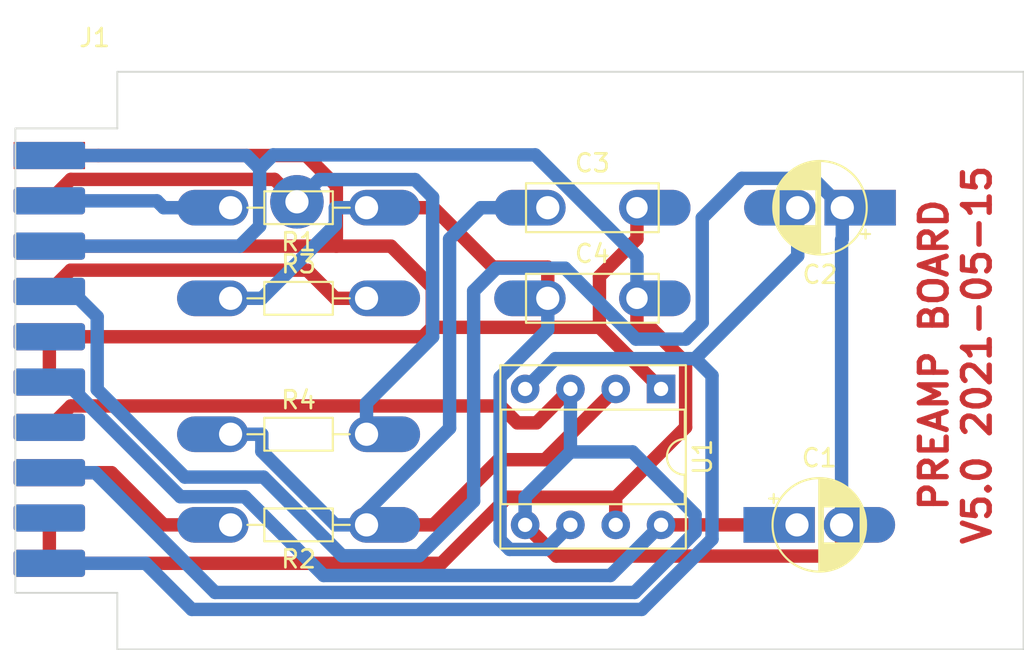
<source format=kicad_pcb>
(kicad_pcb (version 20171130) (host pcbnew 5.1.5+dfsg1-2build2)

  (general
    (thickness 1.6)
    (drawings 9)
    (tracks 139)
    (zones 0)
    (modules 10)
    (nets 15)
  )

  (page A4)
  (layers
    (0 F.Cu signal)
    (31 B.Cu signal)
    (32 B.Adhes user)
    (33 F.Adhes user)
    (34 B.Paste user)
    (35 F.Paste user)
    (36 B.SilkS user)
    (37 F.SilkS user)
    (38 B.Mask user)
    (39 F.Mask user)
    (40 Dwgs.User user)
    (41 Cmts.User user)
    (42 Eco1.User user)
    (43 Eco2.User user)
    (44 Edge.Cuts user)
    (45 Margin user)
    (46 B.CrtYd user)
    (47 F.CrtYd user)
    (48 B.Fab user)
    (49 F.Fab user)
  )

  (setup
    (last_trace_width 0.75)
    (trace_clearance 0.2)
    (zone_clearance 0.508)
    (zone_45_only no)
    (trace_min 0.2)
    (via_size 3)
    (via_drill 1.3)
    (via_min_size 0.4)
    (via_min_drill 0.3)
    (uvia_size 0.3)
    (uvia_drill 0.1)
    (uvias_allowed no)
    (uvia_min_size 0.2)
    (uvia_min_drill 0.1)
    (edge_width 0.1)
    (segment_width 0.2)
    (pcb_text_width 0.3)
    (pcb_text_size 1.5 1.5)
    (mod_edge_width 0.15)
    (mod_text_size 1 1)
    (mod_text_width 0.15)
    (pad_size 1.524 1.524)
    (pad_drill 0.762)
    (pad_to_mask_clearance 0)
    (aux_axis_origin 0 0)
    (visible_elements FFFFFF7F)
    (pcbplotparams
      (layerselection 0x010fc_ffffffff)
      (usegerberextensions false)
      (usegerberattributes false)
      (usegerberadvancedattributes false)
      (creategerberjobfile false)
      (excludeedgelayer true)
      (linewidth 0.100000)
      (plotframeref false)
      (viasonmask false)
      (mode 1)
      (useauxorigin false)
      (hpglpennumber 1)
      (hpglpenspeed 20)
      (hpglpendiameter 15.000000)
      (psnegative false)
      (psa4output false)
      (plotreference true)
      (plotvalue true)
      (plotinvisibletext false)
      (padsonsilk false)
      (subtractmaskfromsilk false)
      (outputformat 1)
      (mirror false)
      (drillshape 1)
      (scaleselection 1)
      (outputdirectory ""))
  )

  (net 0 "")
  (net 1 /+15V)
  (net 2 GND)
  (net 3 /-15V)
  (net 4 "Net-(C3-Pad1)")
  (net 5 /L_GAIN_WIPER)
  (net 6 /R_GAIN_WIPER)
  (net 7 "Net-(C4-Pad1)")
  (net 8 /L_IN)
  (net 9 /R_IN)
  (net 10 /L_GAIN_TERM_A)
  (net 11 /R_GAIN_TERM_A)
  (net 12 "Net-(J1-Pad15)")
  (net 13 "Net-(J1-Pad17)")
  (net 14 "Net-(J1-Pad19)")

  (net_class Default "This is the default net class."
    (clearance 0.2)
    (trace_width 0.75)
    (via_dia 3)
    (via_drill 1.3)
    (uvia_dia 0.3)
    (uvia_drill 0.1)
    (add_net /+15V)
    (add_net /-15V)
    (add_net /L_GAIN_TERM_A)
    (add_net /L_GAIN_WIPER)
    (add_net /L_IN)
    (add_net /R_GAIN_TERM_A)
    (add_net /R_GAIN_WIPER)
    (add_net /R_IN)
    (add_net GND)
    (add_net "Net-(C3-Pad1)")
    (add_net "Net-(C4-Pad1)")
    (add_net "Net-(J1-Pad15)")
    (add_net "Net-(J1-Pad17)")
    (add_net "Net-(J1-Pad19)")
  )

  (module capacitors:CP_Radial_D5.0mm_P2.50mm (layer F.Cu) (tedit 60A03F8F) (tstamp 60A06344)
    (at 679.45 -640.715)
    (descr "CP, Radial series, Radial, pin pitch=2.50mm, , diameter=5mm, Electrolytic Capacitor")
    (tags "CP Radial series Radial pin pitch 2.50mm  diameter 5mm Electrolytic Capacitor")
    (path /60A46E7A)
    (fp_text reference C1 (at 1.25 -3.75) (layer F.SilkS)
      (effects (font (size 1 1) (thickness 0.15)))
    )
    (fp_text value 100nF (at 1.25 3.75) (layer F.Fab)
      (effects (font (size 1 1) (thickness 0.15)))
    )
    (fp_circle (center 1.25 0) (end 3.75 0) (layer F.Fab) (width 0.1))
    (fp_circle (center 1.25 0) (end 3.87 0) (layer F.SilkS) (width 0.12))
    (fp_circle (center 1.25 0) (end 4 0) (layer F.CrtYd) (width 0.05))
    (fp_line (start -0.883605 -1.0875) (end -0.383605 -1.0875) (layer F.Fab) (width 0.1))
    (fp_line (start -0.633605 -1.3375) (end -0.633605 -0.8375) (layer F.Fab) (width 0.1))
    (fp_line (start 1.25 -2.58) (end 1.25 2.58) (layer F.SilkS) (width 0.12))
    (fp_line (start 1.29 -2.58) (end 1.29 2.58) (layer F.SilkS) (width 0.12))
    (fp_line (start 1.33 -2.579) (end 1.33 2.579) (layer F.SilkS) (width 0.12))
    (fp_line (start 1.37 -2.578) (end 1.37 2.578) (layer F.SilkS) (width 0.12))
    (fp_line (start 1.41 -2.576) (end 1.41 2.576) (layer F.SilkS) (width 0.12))
    (fp_line (start 1.45 -2.573) (end 1.45 2.573) (layer F.SilkS) (width 0.12))
    (fp_line (start 1.49 -2.569) (end 1.49 -1.04) (layer F.SilkS) (width 0.12))
    (fp_line (start 1.49 1.04) (end 1.49 2.569) (layer F.SilkS) (width 0.12))
    (fp_line (start 1.53 -2.565) (end 1.53 -1.04) (layer F.SilkS) (width 0.12))
    (fp_line (start 1.53 1.04) (end 1.53 2.565) (layer F.SilkS) (width 0.12))
    (fp_line (start 1.57 -2.561) (end 1.57 -1.04) (layer F.SilkS) (width 0.12))
    (fp_line (start 1.57 1.04) (end 1.57 2.561) (layer F.SilkS) (width 0.12))
    (fp_line (start 1.61 -2.556) (end 1.61 -1.04) (layer F.SilkS) (width 0.12))
    (fp_line (start 1.61 1.04) (end 1.61 2.556) (layer F.SilkS) (width 0.12))
    (fp_line (start 1.65 -2.55) (end 1.65 -1.04) (layer F.SilkS) (width 0.12))
    (fp_line (start 1.65 1.04) (end 1.65 2.55) (layer F.SilkS) (width 0.12))
    (fp_line (start 1.69 -2.543) (end 1.69 -1.04) (layer F.SilkS) (width 0.12))
    (fp_line (start 1.69 1.04) (end 1.69 2.543) (layer F.SilkS) (width 0.12))
    (fp_line (start 1.73 -2.536) (end 1.73 -1.04) (layer F.SilkS) (width 0.12))
    (fp_line (start 1.73 1.04) (end 1.73 2.536) (layer F.SilkS) (width 0.12))
    (fp_line (start 1.77 -2.528) (end 1.77 -1.04) (layer F.SilkS) (width 0.12))
    (fp_line (start 1.77 1.04) (end 1.77 2.528) (layer F.SilkS) (width 0.12))
    (fp_line (start 1.81 -2.52) (end 1.81 -1.04) (layer F.SilkS) (width 0.12))
    (fp_line (start 1.81 1.04) (end 1.81 2.52) (layer F.SilkS) (width 0.12))
    (fp_line (start 1.85 -2.511) (end 1.85 -1.04) (layer F.SilkS) (width 0.12))
    (fp_line (start 1.85 1.04) (end 1.85 2.511) (layer F.SilkS) (width 0.12))
    (fp_line (start 1.89 -2.501) (end 1.89 -1.04) (layer F.SilkS) (width 0.12))
    (fp_line (start 1.89 1.04) (end 1.89 2.501) (layer F.SilkS) (width 0.12))
    (fp_line (start 1.93 -2.491) (end 1.93 -1.04) (layer F.SilkS) (width 0.12))
    (fp_line (start 1.93 1.04) (end 1.93 2.491) (layer F.SilkS) (width 0.12))
    (fp_line (start 1.971 -2.48) (end 1.971 -1.04) (layer F.SilkS) (width 0.12))
    (fp_line (start 1.971 1.04) (end 1.971 2.48) (layer F.SilkS) (width 0.12))
    (fp_line (start 2.011 -2.468) (end 2.011 -1.04) (layer F.SilkS) (width 0.12))
    (fp_line (start 2.011 1.04) (end 2.011 2.468) (layer F.SilkS) (width 0.12))
    (fp_line (start 2.051 -2.455) (end 2.051 -1.04) (layer F.SilkS) (width 0.12))
    (fp_line (start 2.051 1.04) (end 2.051 2.455) (layer F.SilkS) (width 0.12))
    (fp_line (start 2.091 -2.442) (end 2.091 -1.04) (layer F.SilkS) (width 0.12))
    (fp_line (start 2.091 1.04) (end 2.091 2.442) (layer F.SilkS) (width 0.12))
    (fp_line (start 2.131 -2.428) (end 2.131 -1.04) (layer F.SilkS) (width 0.12))
    (fp_line (start 2.131 1.04) (end 2.131 2.428) (layer F.SilkS) (width 0.12))
    (fp_line (start 2.171 -2.414) (end 2.171 -1.04) (layer F.SilkS) (width 0.12))
    (fp_line (start 2.171 1.04) (end 2.171 2.414) (layer F.SilkS) (width 0.12))
    (fp_line (start 2.211 -2.398) (end 2.211 -1.04) (layer F.SilkS) (width 0.12))
    (fp_line (start 2.211 1.04) (end 2.211 2.398) (layer F.SilkS) (width 0.12))
    (fp_line (start 2.251 -2.382) (end 2.251 -1.04) (layer F.SilkS) (width 0.12))
    (fp_line (start 2.251 1.04) (end 2.251 2.382) (layer F.SilkS) (width 0.12))
    (fp_line (start 2.291 -2.365) (end 2.291 -1.04) (layer F.SilkS) (width 0.12))
    (fp_line (start 2.291 1.04) (end 2.291 2.365) (layer F.SilkS) (width 0.12))
    (fp_line (start 2.331 -2.348) (end 2.331 -1.04) (layer F.SilkS) (width 0.12))
    (fp_line (start 2.331 1.04) (end 2.331 2.348) (layer F.SilkS) (width 0.12))
    (fp_line (start 2.371 -2.329) (end 2.371 -1.04) (layer F.SilkS) (width 0.12))
    (fp_line (start 2.371 1.04) (end 2.371 2.329) (layer F.SilkS) (width 0.12))
    (fp_line (start 2.411 -2.31) (end 2.411 -1.04) (layer F.SilkS) (width 0.12))
    (fp_line (start 2.411 1.04) (end 2.411 2.31) (layer F.SilkS) (width 0.12))
    (fp_line (start 2.451 -2.29) (end 2.451 -1.04) (layer F.SilkS) (width 0.12))
    (fp_line (start 2.451 1.04) (end 2.451 2.29) (layer F.SilkS) (width 0.12))
    (fp_line (start 2.491 -2.268) (end 2.491 -1.04) (layer F.SilkS) (width 0.12))
    (fp_line (start 2.491 1.04) (end 2.491 2.268) (layer F.SilkS) (width 0.12))
    (fp_line (start 2.531 -2.247) (end 2.531 -1.04) (layer F.SilkS) (width 0.12))
    (fp_line (start 2.531 1.04) (end 2.531 2.247) (layer F.SilkS) (width 0.12))
    (fp_line (start 2.571 -2.224) (end 2.571 -1.04) (layer F.SilkS) (width 0.12))
    (fp_line (start 2.571 1.04) (end 2.571 2.224) (layer F.SilkS) (width 0.12))
    (fp_line (start 2.611 -2.2) (end 2.611 -1.04) (layer F.SilkS) (width 0.12))
    (fp_line (start 2.611 1.04) (end 2.611 2.2) (layer F.SilkS) (width 0.12))
    (fp_line (start 2.651 -2.175) (end 2.651 -1.04) (layer F.SilkS) (width 0.12))
    (fp_line (start 2.651 1.04) (end 2.651 2.175) (layer F.SilkS) (width 0.12))
    (fp_line (start 2.691 -2.149) (end 2.691 -1.04) (layer F.SilkS) (width 0.12))
    (fp_line (start 2.691 1.04) (end 2.691 2.149) (layer F.SilkS) (width 0.12))
    (fp_line (start 2.731 -2.122) (end 2.731 -1.04) (layer F.SilkS) (width 0.12))
    (fp_line (start 2.731 1.04) (end 2.731 2.122) (layer F.SilkS) (width 0.12))
    (fp_line (start 2.771 -2.095) (end 2.771 -1.04) (layer F.SilkS) (width 0.12))
    (fp_line (start 2.771 1.04) (end 2.771 2.095) (layer F.SilkS) (width 0.12))
    (fp_line (start 2.811 -2.065) (end 2.811 -1.04) (layer F.SilkS) (width 0.12))
    (fp_line (start 2.811 1.04) (end 2.811 2.065) (layer F.SilkS) (width 0.12))
    (fp_line (start 2.851 -2.035) (end 2.851 -1.04) (layer F.SilkS) (width 0.12))
    (fp_line (start 2.851 1.04) (end 2.851 2.035) (layer F.SilkS) (width 0.12))
    (fp_line (start 2.891 -2.004) (end 2.891 -1.04) (layer F.SilkS) (width 0.12))
    (fp_line (start 2.891 1.04) (end 2.891 2.004) (layer F.SilkS) (width 0.12))
    (fp_line (start 2.931 -1.971) (end 2.931 -1.04) (layer F.SilkS) (width 0.12))
    (fp_line (start 2.931 1.04) (end 2.931 1.971) (layer F.SilkS) (width 0.12))
    (fp_line (start 2.971 -1.937) (end 2.971 -1.04) (layer F.SilkS) (width 0.12))
    (fp_line (start 2.971 1.04) (end 2.971 1.937) (layer F.SilkS) (width 0.12))
    (fp_line (start 3.011 -1.901) (end 3.011 -1.04) (layer F.SilkS) (width 0.12))
    (fp_line (start 3.011 1.04) (end 3.011 1.901) (layer F.SilkS) (width 0.12))
    (fp_line (start 3.051 -1.864) (end 3.051 -1.04) (layer F.SilkS) (width 0.12))
    (fp_line (start 3.051 1.04) (end 3.051 1.864) (layer F.SilkS) (width 0.12))
    (fp_line (start 3.091 -1.826) (end 3.091 -1.04) (layer F.SilkS) (width 0.12))
    (fp_line (start 3.091 1.04) (end 3.091 1.826) (layer F.SilkS) (width 0.12))
    (fp_line (start 3.131 -1.785) (end 3.131 -1.04) (layer F.SilkS) (width 0.12))
    (fp_line (start 3.131 1.04) (end 3.131 1.785) (layer F.SilkS) (width 0.12))
    (fp_line (start 3.171 -1.743) (end 3.171 -1.04) (layer F.SilkS) (width 0.12))
    (fp_line (start 3.171 1.04) (end 3.171 1.743) (layer F.SilkS) (width 0.12))
    (fp_line (start 3.211 -1.699) (end 3.211 -1.04) (layer F.SilkS) (width 0.12))
    (fp_line (start 3.211 1.04) (end 3.211 1.699) (layer F.SilkS) (width 0.12))
    (fp_line (start 3.251 -1.653) (end 3.251 -1.04) (layer F.SilkS) (width 0.12))
    (fp_line (start 3.251 1.04) (end 3.251 1.653) (layer F.SilkS) (width 0.12))
    (fp_line (start 3.291 -1.605) (end 3.291 -1.04) (layer F.SilkS) (width 0.12))
    (fp_line (start 3.291 1.04) (end 3.291 1.605) (layer F.SilkS) (width 0.12))
    (fp_line (start 3.331 -1.554) (end 3.331 -1.04) (layer F.SilkS) (width 0.12))
    (fp_line (start 3.331 1.04) (end 3.331 1.554) (layer F.SilkS) (width 0.12))
    (fp_line (start 3.371 -1.5) (end 3.371 -1.04) (layer F.SilkS) (width 0.12))
    (fp_line (start 3.371 1.04) (end 3.371 1.5) (layer F.SilkS) (width 0.12))
    (fp_line (start 3.411 -1.443) (end 3.411 -1.04) (layer F.SilkS) (width 0.12))
    (fp_line (start 3.411 1.04) (end 3.411 1.443) (layer F.SilkS) (width 0.12))
    (fp_line (start 3.451 -1.383) (end 3.451 -1.04) (layer F.SilkS) (width 0.12))
    (fp_line (start 3.451 1.04) (end 3.451 1.383) (layer F.SilkS) (width 0.12))
    (fp_line (start 3.491 -1.319) (end 3.491 -1.04) (layer F.SilkS) (width 0.12))
    (fp_line (start 3.491 1.04) (end 3.491 1.319) (layer F.SilkS) (width 0.12))
    (fp_line (start 3.531 -1.251) (end 3.531 -1.04) (layer F.SilkS) (width 0.12))
    (fp_line (start 3.531 1.04) (end 3.531 1.251) (layer F.SilkS) (width 0.12))
    (fp_line (start 3.571 -1.178) (end 3.571 1.178) (layer F.SilkS) (width 0.12))
    (fp_line (start 3.611 -1.098) (end 3.611 1.098) (layer F.SilkS) (width 0.12))
    (fp_line (start 3.651 -1.011) (end 3.651 1.011) (layer F.SilkS) (width 0.12))
    (fp_line (start 3.691 -0.915) (end 3.691 0.915) (layer F.SilkS) (width 0.12))
    (fp_line (start 3.731 -0.805) (end 3.731 0.805) (layer F.SilkS) (width 0.12))
    (fp_line (start 3.771 -0.677) (end 3.771 0.677) (layer F.SilkS) (width 0.12))
    (fp_line (start 3.811 -0.518) (end 3.811 0.518) (layer F.SilkS) (width 0.12))
    (fp_line (start 3.851 -0.284) (end 3.851 0.284) (layer F.SilkS) (width 0.12))
    (fp_line (start -1.554775 -1.475) (end -1.054775 -1.475) (layer F.SilkS) (width 0.12))
    (fp_line (start -1.304775 -1.725) (end -1.304775 -1.225) (layer F.SilkS) (width 0.12))
    (fp_text user %R (at 1.25 0) (layer F.Fab)
      (effects (font (size 1 1) (thickness 0.15)))
    )
    (pad 1 thru_hole rect (at 0 0) (size 4 2) (drill 1.3 (offset -1 0)) (layers *.Cu *.Mask)
      (net 1 /+15V))
    (pad 2 thru_hole oval (at 2.5 0) (size 4 2) (drill 1.3 (offset 1 0)) (layers *.Cu *.Mask)
      (net 2 GND))
    (model ${KISYS3DMOD}/Capacitor_THT.3dshapes/CP_Radial_D5.0mm_P2.50mm.wrl
      (at (xyz 0 0 0))
      (scale (xyz 1 1 1))
      (rotate (xyz 0 0 0))
    )
  )

  (module capacitors:CP_Radial_D5.0mm_P2.50mm (layer F.Cu) (tedit 60A03F8F) (tstamp 60A046E7)
    (at 681.99 -658.495 180)
    (descr "CP, Radial series, Radial, pin pitch=2.50mm, , diameter=5mm, Electrolytic Capacitor")
    (tags "CP Radial series Radial pin pitch 2.50mm  diameter 5mm Electrolytic Capacitor")
    (path /60A4A766)
    (fp_text reference C2 (at 1.25 -3.75) (layer F.SilkS)
      (effects (font (size 1 1) (thickness 0.15)))
    )
    (fp_text value 100nF (at 1.25 3.75) (layer F.Fab)
      (effects (font (size 1 1) (thickness 0.15)))
    )
    (fp_text user %R (at 1.25 0) (layer F.Fab)
      (effects (font (size 1 1) (thickness 0.15)))
    )
    (fp_line (start -1.304775 -1.725) (end -1.304775 -1.225) (layer F.SilkS) (width 0.12))
    (fp_line (start -1.554775 -1.475) (end -1.054775 -1.475) (layer F.SilkS) (width 0.12))
    (fp_line (start 3.851 -0.284) (end 3.851 0.284) (layer F.SilkS) (width 0.12))
    (fp_line (start 3.811 -0.518) (end 3.811 0.518) (layer F.SilkS) (width 0.12))
    (fp_line (start 3.771 -0.677) (end 3.771 0.677) (layer F.SilkS) (width 0.12))
    (fp_line (start 3.731 -0.805) (end 3.731 0.805) (layer F.SilkS) (width 0.12))
    (fp_line (start 3.691 -0.915) (end 3.691 0.915) (layer F.SilkS) (width 0.12))
    (fp_line (start 3.651 -1.011) (end 3.651 1.011) (layer F.SilkS) (width 0.12))
    (fp_line (start 3.611 -1.098) (end 3.611 1.098) (layer F.SilkS) (width 0.12))
    (fp_line (start 3.571 -1.178) (end 3.571 1.178) (layer F.SilkS) (width 0.12))
    (fp_line (start 3.531 1.04) (end 3.531 1.251) (layer F.SilkS) (width 0.12))
    (fp_line (start 3.531 -1.251) (end 3.531 -1.04) (layer F.SilkS) (width 0.12))
    (fp_line (start 3.491 1.04) (end 3.491 1.319) (layer F.SilkS) (width 0.12))
    (fp_line (start 3.491 -1.319) (end 3.491 -1.04) (layer F.SilkS) (width 0.12))
    (fp_line (start 3.451 1.04) (end 3.451 1.383) (layer F.SilkS) (width 0.12))
    (fp_line (start 3.451 -1.383) (end 3.451 -1.04) (layer F.SilkS) (width 0.12))
    (fp_line (start 3.411 1.04) (end 3.411 1.443) (layer F.SilkS) (width 0.12))
    (fp_line (start 3.411 -1.443) (end 3.411 -1.04) (layer F.SilkS) (width 0.12))
    (fp_line (start 3.371 1.04) (end 3.371 1.5) (layer F.SilkS) (width 0.12))
    (fp_line (start 3.371 -1.5) (end 3.371 -1.04) (layer F.SilkS) (width 0.12))
    (fp_line (start 3.331 1.04) (end 3.331 1.554) (layer F.SilkS) (width 0.12))
    (fp_line (start 3.331 -1.554) (end 3.331 -1.04) (layer F.SilkS) (width 0.12))
    (fp_line (start 3.291 1.04) (end 3.291 1.605) (layer F.SilkS) (width 0.12))
    (fp_line (start 3.291 -1.605) (end 3.291 -1.04) (layer F.SilkS) (width 0.12))
    (fp_line (start 3.251 1.04) (end 3.251 1.653) (layer F.SilkS) (width 0.12))
    (fp_line (start 3.251 -1.653) (end 3.251 -1.04) (layer F.SilkS) (width 0.12))
    (fp_line (start 3.211 1.04) (end 3.211 1.699) (layer F.SilkS) (width 0.12))
    (fp_line (start 3.211 -1.699) (end 3.211 -1.04) (layer F.SilkS) (width 0.12))
    (fp_line (start 3.171 1.04) (end 3.171 1.743) (layer F.SilkS) (width 0.12))
    (fp_line (start 3.171 -1.743) (end 3.171 -1.04) (layer F.SilkS) (width 0.12))
    (fp_line (start 3.131 1.04) (end 3.131 1.785) (layer F.SilkS) (width 0.12))
    (fp_line (start 3.131 -1.785) (end 3.131 -1.04) (layer F.SilkS) (width 0.12))
    (fp_line (start 3.091 1.04) (end 3.091 1.826) (layer F.SilkS) (width 0.12))
    (fp_line (start 3.091 -1.826) (end 3.091 -1.04) (layer F.SilkS) (width 0.12))
    (fp_line (start 3.051 1.04) (end 3.051 1.864) (layer F.SilkS) (width 0.12))
    (fp_line (start 3.051 -1.864) (end 3.051 -1.04) (layer F.SilkS) (width 0.12))
    (fp_line (start 3.011 1.04) (end 3.011 1.901) (layer F.SilkS) (width 0.12))
    (fp_line (start 3.011 -1.901) (end 3.011 -1.04) (layer F.SilkS) (width 0.12))
    (fp_line (start 2.971 1.04) (end 2.971 1.937) (layer F.SilkS) (width 0.12))
    (fp_line (start 2.971 -1.937) (end 2.971 -1.04) (layer F.SilkS) (width 0.12))
    (fp_line (start 2.931 1.04) (end 2.931 1.971) (layer F.SilkS) (width 0.12))
    (fp_line (start 2.931 -1.971) (end 2.931 -1.04) (layer F.SilkS) (width 0.12))
    (fp_line (start 2.891 1.04) (end 2.891 2.004) (layer F.SilkS) (width 0.12))
    (fp_line (start 2.891 -2.004) (end 2.891 -1.04) (layer F.SilkS) (width 0.12))
    (fp_line (start 2.851 1.04) (end 2.851 2.035) (layer F.SilkS) (width 0.12))
    (fp_line (start 2.851 -2.035) (end 2.851 -1.04) (layer F.SilkS) (width 0.12))
    (fp_line (start 2.811 1.04) (end 2.811 2.065) (layer F.SilkS) (width 0.12))
    (fp_line (start 2.811 -2.065) (end 2.811 -1.04) (layer F.SilkS) (width 0.12))
    (fp_line (start 2.771 1.04) (end 2.771 2.095) (layer F.SilkS) (width 0.12))
    (fp_line (start 2.771 -2.095) (end 2.771 -1.04) (layer F.SilkS) (width 0.12))
    (fp_line (start 2.731 1.04) (end 2.731 2.122) (layer F.SilkS) (width 0.12))
    (fp_line (start 2.731 -2.122) (end 2.731 -1.04) (layer F.SilkS) (width 0.12))
    (fp_line (start 2.691 1.04) (end 2.691 2.149) (layer F.SilkS) (width 0.12))
    (fp_line (start 2.691 -2.149) (end 2.691 -1.04) (layer F.SilkS) (width 0.12))
    (fp_line (start 2.651 1.04) (end 2.651 2.175) (layer F.SilkS) (width 0.12))
    (fp_line (start 2.651 -2.175) (end 2.651 -1.04) (layer F.SilkS) (width 0.12))
    (fp_line (start 2.611 1.04) (end 2.611 2.2) (layer F.SilkS) (width 0.12))
    (fp_line (start 2.611 -2.2) (end 2.611 -1.04) (layer F.SilkS) (width 0.12))
    (fp_line (start 2.571 1.04) (end 2.571 2.224) (layer F.SilkS) (width 0.12))
    (fp_line (start 2.571 -2.224) (end 2.571 -1.04) (layer F.SilkS) (width 0.12))
    (fp_line (start 2.531 1.04) (end 2.531 2.247) (layer F.SilkS) (width 0.12))
    (fp_line (start 2.531 -2.247) (end 2.531 -1.04) (layer F.SilkS) (width 0.12))
    (fp_line (start 2.491 1.04) (end 2.491 2.268) (layer F.SilkS) (width 0.12))
    (fp_line (start 2.491 -2.268) (end 2.491 -1.04) (layer F.SilkS) (width 0.12))
    (fp_line (start 2.451 1.04) (end 2.451 2.29) (layer F.SilkS) (width 0.12))
    (fp_line (start 2.451 -2.29) (end 2.451 -1.04) (layer F.SilkS) (width 0.12))
    (fp_line (start 2.411 1.04) (end 2.411 2.31) (layer F.SilkS) (width 0.12))
    (fp_line (start 2.411 -2.31) (end 2.411 -1.04) (layer F.SilkS) (width 0.12))
    (fp_line (start 2.371 1.04) (end 2.371 2.329) (layer F.SilkS) (width 0.12))
    (fp_line (start 2.371 -2.329) (end 2.371 -1.04) (layer F.SilkS) (width 0.12))
    (fp_line (start 2.331 1.04) (end 2.331 2.348) (layer F.SilkS) (width 0.12))
    (fp_line (start 2.331 -2.348) (end 2.331 -1.04) (layer F.SilkS) (width 0.12))
    (fp_line (start 2.291 1.04) (end 2.291 2.365) (layer F.SilkS) (width 0.12))
    (fp_line (start 2.291 -2.365) (end 2.291 -1.04) (layer F.SilkS) (width 0.12))
    (fp_line (start 2.251 1.04) (end 2.251 2.382) (layer F.SilkS) (width 0.12))
    (fp_line (start 2.251 -2.382) (end 2.251 -1.04) (layer F.SilkS) (width 0.12))
    (fp_line (start 2.211 1.04) (end 2.211 2.398) (layer F.SilkS) (width 0.12))
    (fp_line (start 2.211 -2.398) (end 2.211 -1.04) (layer F.SilkS) (width 0.12))
    (fp_line (start 2.171 1.04) (end 2.171 2.414) (layer F.SilkS) (width 0.12))
    (fp_line (start 2.171 -2.414) (end 2.171 -1.04) (layer F.SilkS) (width 0.12))
    (fp_line (start 2.131 1.04) (end 2.131 2.428) (layer F.SilkS) (width 0.12))
    (fp_line (start 2.131 -2.428) (end 2.131 -1.04) (layer F.SilkS) (width 0.12))
    (fp_line (start 2.091 1.04) (end 2.091 2.442) (layer F.SilkS) (width 0.12))
    (fp_line (start 2.091 -2.442) (end 2.091 -1.04) (layer F.SilkS) (width 0.12))
    (fp_line (start 2.051 1.04) (end 2.051 2.455) (layer F.SilkS) (width 0.12))
    (fp_line (start 2.051 -2.455) (end 2.051 -1.04) (layer F.SilkS) (width 0.12))
    (fp_line (start 2.011 1.04) (end 2.011 2.468) (layer F.SilkS) (width 0.12))
    (fp_line (start 2.011 -2.468) (end 2.011 -1.04) (layer F.SilkS) (width 0.12))
    (fp_line (start 1.971 1.04) (end 1.971 2.48) (layer F.SilkS) (width 0.12))
    (fp_line (start 1.971 -2.48) (end 1.971 -1.04) (layer F.SilkS) (width 0.12))
    (fp_line (start 1.93 1.04) (end 1.93 2.491) (layer F.SilkS) (width 0.12))
    (fp_line (start 1.93 -2.491) (end 1.93 -1.04) (layer F.SilkS) (width 0.12))
    (fp_line (start 1.89 1.04) (end 1.89 2.501) (layer F.SilkS) (width 0.12))
    (fp_line (start 1.89 -2.501) (end 1.89 -1.04) (layer F.SilkS) (width 0.12))
    (fp_line (start 1.85 1.04) (end 1.85 2.511) (layer F.SilkS) (width 0.12))
    (fp_line (start 1.85 -2.511) (end 1.85 -1.04) (layer F.SilkS) (width 0.12))
    (fp_line (start 1.81 1.04) (end 1.81 2.52) (layer F.SilkS) (width 0.12))
    (fp_line (start 1.81 -2.52) (end 1.81 -1.04) (layer F.SilkS) (width 0.12))
    (fp_line (start 1.77 1.04) (end 1.77 2.528) (layer F.SilkS) (width 0.12))
    (fp_line (start 1.77 -2.528) (end 1.77 -1.04) (layer F.SilkS) (width 0.12))
    (fp_line (start 1.73 1.04) (end 1.73 2.536) (layer F.SilkS) (width 0.12))
    (fp_line (start 1.73 -2.536) (end 1.73 -1.04) (layer F.SilkS) (width 0.12))
    (fp_line (start 1.69 1.04) (end 1.69 2.543) (layer F.SilkS) (width 0.12))
    (fp_line (start 1.69 -2.543) (end 1.69 -1.04) (layer F.SilkS) (width 0.12))
    (fp_line (start 1.65 1.04) (end 1.65 2.55) (layer F.SilkS) (width 0.12))
    (fp_line (start 1.65 -2.55) (end 1.65 -1.04) (layer F.SilkS) (width 0.12))
    (fp_line (start 1.61 1.04) (end 1.61 2.556) (layer F.SilkS) (width 0.12))
    (fp_line (start 1.61 -2.556) (end 1.61 -1.04) (layer F.SilkS) (width 0.12))
    (fp_line (start 1.57 1.04) (end 1.57 2.561) (layer F.SilkS) (width 0.12))
    (fp_line (start 1.57 -2.561) (end 1.57 -1.04) (layer F.SilkS) (width 0.12))
    (fp_line (start 1.53 1.04) (end 1.53 2.565) (layer F.SilkS) (width 0.12))
    (fp_line (start 1.53 -2.565) (end 1.53 -1.04) (layer F.SilkS) (width 0.12))
    (fp_line (start 1.49 1.04) (end 1.49 2.569) (layer F.SilkS) (width 0.12))
    (fp_line (start 1.49 -2.569) (end 1.49 -1.04) (layer F.SilkS) (width 0.12))
    (fp_line (start 1.45 -2.573) (end 1.45 2.573) (layer F.SilkS) (width 0.12))
    (fp_line (start 1.41 -2.576) (end 1.41 2.576) (layer F.SilkS) (width 0.12))
    (fp_line (start 1.37 -2.578) (end 1.37 2.578) (layer F.SilkS) (width 0.12))
    (fp_line (start 1.33 -2.579) (end 1.33 2.579) (layer F.SilkS) (width 0.12))
    (fp_line (start 1.29 -2.58) (end 1.29 2.58) (layer F.SilkS) (width 0.12))
    (fp_line (start 1.25 -2.58) (end 1.25 2.58) (layer F.SilkS) (width 0.12))
    (fp_line (start -0.633605 -1.3375) (end -0.633605 -0.8375) (layer F.Fab) (width 0.1))
    (fp_line (start -0.883605 -1.0875) (end -0.383605 -1.0875) (layer F.Fab) (width 0.1))
    (fp_circle (center 1.25 0) (end 4 0) (layer F.CrtYd) (width 0.05))
    (fp_circle (center 1.25 0) (end 3.87 0) (layer F.SilkS) (width 0.12))
    (fp_circle (center 1.25 0) (end 3.75 0) (layer F.Fab) (width 0.1))
    (pad 2 thru_hole oval (at 2.5 0 180) (size 4 2) (drill 1.3 (offset 1 0)) (layers *.Cu *.Mask)
      (net 3 /-15V))
    (pad 1 thru_hole rect (at 0 0 180) (size 4 2) (drill 1.3 (offset -1 0)) (layers *.Cu *.Mask)
      (net 2 GND))
    (model ${KISYS3DMOD}/Capacitor_THT.3dshapes/CP_Radial_D5.0mm_P2.50mm.wrl
      (at (xyz 0 0 0))
      (scale (xyz 1 1 1))
      (rotate (xyz 0 0 0))
    )
  )

  (module capacitors:C_Rect_L7.2mm_W2.5mm_P5.00mm_FKS2_FKP2_MKS2_MKP2 (layer F.Cu) (tedit 60A03F44) (tstamp 60A046FA)
    (at 665.48 -658.495)
    (descr "C, Rect series, Radial, pin pitch=5.00mm, , length*width=7.2*2.5mm^2, Capacitor, http://www.wima.com/EN/WIMA_FKS_2.pdf")
    (tags "C Rect series Radial pin pitch 5.00mm  length 7.2mm width 2.5mm Capacitor")
    (path /60A20C7A)
    (fp_text reference C3 (at 2.5 -2.5) (layer F.SilkS)
      (effects (font (size 1 1) (thickness 0.15)))
    )
    (fp_text value 47pF (at 2.5 2.5) (layer F.Fab)
      (effects (font (size 1 1) (thickness 0.15)))
    )
    (fp_line (start -1.1 -1.25) (end -1.1 1.25) (layer F.Fab) (width 0.1))
    (fp_line (start -1.1 1.25) (end 6.1 1.25) (layer F.Fab) (width 0.1))
    (fp_line (start 6.1 1.25) (end 6.1 -1.25) (layer F.Fab) (width 0.1))
    (fp_line (start 6.1 -1.25) (end -1.1 -1.25) (layer F.Fab) (width 0.1))
    (fp_line (start -1.22 -1.37) (end 6.22 -1.37) (layer F.SilkS) (width 0.12))
    (fp_line (start -1.22 1.37) (end 6.22 1.37) (layer F.SilkS) (width 0.12))
    (fp_line (start -1.22 -1.37) (end -1.22 1.37) (layer F.SilkS) (width 0.12))
    (fp_line (start 6.22 -1.37) (end 6.22 1.37) (layer F.SilkS) (width 0.12))
    (fp_line (start -1.35 -1.5) (end -1.35 1.5) (layer F.CrtYd) (width 0.05))
    (fp_line (start -1.35 1.5) (end 6.35 1.5) (layer F.CrtYd) (width 0.05))
    (fp_line (start 6.35 1.5) (end 6.35 -1.5) (layer F.CrtYd) (width 0.05))
    (fp_line (start 6.35 -1.5) (end -1.35 -1.5) (layer F.CrtYd) (width 0.05))
    (fp_text user %R (at 2.5 0) (layer F.Fab)
      (effects (font (size 1 1) (thickness 0.15)))
    )
    (pad 1 thru_hole oval (at 0 0) (size 4 2) (drill 1.3 (offset -1 0)) (layers *.Cu *.Mask)
      (net 4 "Net-(C3-Pad1)"))
    (pad 2 thru_hole oval (at 5 0) (size 4 2) (drill 1.2 (offset 1 0)) (layers *.Cu *.Mask)
      (net 5 /L_GAIN_WIPER))
    (model ${KISYS3DMOD}/Capacitor_THT.3dshapes/C_Rect_L7.2mm_W2.5mm_P5.00mm_FKS2_FKP2_MKS2_MKP2.wrl
      (at (xyz 0 0 0))
      (scale (xyz 1 1 1))
      (rotate (xyz 0 0 0))
    )
  )

  (module capacitors:C_Rect_L7.2mm_W2.5mm_P5.00mm_FKS2_FKP2_MKS2_MKP2 (layer F.Cu) (tedit 60A03F44) (tstamp 60A0470D)
    (at 665.48 -653.415)
    (descr "C, Rect series, Radial, pin pitch=5.00mm, , length*width=7.2*2.5mm^2, Capacitor, http://www.wima.com/EN/WIMA_FKS_2.pdf")
    (tags "C Rect series Radial pin pitch 5.00mm  length 7.2mm width 2.5mm Capacitor")
    (path /60A2CC00)
    (fp_text reference C4 (at 2.5 -2.5) (layer F.SilkS)
      (effects (font (size 1 1) (thickness 0.15)))
    )
    (fp_text value 47pF (at 2.5 2.5) (layer F.Fab)
      (effects (font (size 1 1) (thickness 0.15)))
    )
    (fp_text user %R (at 2.5 0) (layer F.Fab)
      (effects (font (size 1 1) (thickness 0.15)))
    )
    (fp_line (start 6.35 -1.5) (end -1.35 -1.5) (layer F.CrtYd) (width 0.05))
    (fp_line (start 6.35 1.5) (end 6.35 -1.5) (layer F.CrtYd) (width 0.05))
    (fp_line (start -1.35 1.5) (end 6.35 1.5) (layer F.CrtYd) (width 0.05))
    (fp_line (start -1.35 -1.5) (end -1.35 1.5) (layer F.CrtYd) (width 0.05))
    (fp_line (start 6.22 -1.37) (end 6.22 1.37) (layer F.SilkS) (width 0.12))
    (fp_line (start -1.22 -1.37) (end -1.22 1.37) (layer F.SilkS) (width 0.12))
    (fp_line (start -1.22 1.37) (end 6.22 1.37) (layer F.SilkS) (width 0.12))
    (fp_line (start -1.22 -1.37) (end 6.22 -1.37) (layer F.SilkS) (width 0.12))
    (fp_line (start 6.1 -1.25) (end -1.1 -1.25) (layer F.Fab) (width 0.1))
    (fp_line (start 6.1 1.25) (end 6.1 -1.25) (layer F.Fab) (width 0.1))
    (fp_line (start -1.1 1.25) (end 6.1 1.25) (layer F.Fab) (width 0.1))
    (fp_line (start -1.1 -1.25) (end -1.1 1.25) (layer F.Fab) (width 0.1))
    (pad 2 thru_hole oval (at 5 0) (size 4 2) (drill 1.2 (offset 1 0)) (layers *.Cu *.Mask)
      (net 6 /R_GAIN_WIPER))
    (pad 1 thru_hole oval (at 0 0) (size 4 2) (drill 1.3 (offset -1 0)) (layers *.Cu *.Mask)
      (net 7 "Net-(C4-Pad1)"))
    (model ${KISYS3DMOD}/Capacitor_THT.3dshapes/C_Rect_L7.2mm_W2.5mm_P5.00mm_FKS2_FKP2_MKS2_MKP2.wrl
      (at (xyz 0 0 0))
      (scale (xyz 1 1 1))
      (rotate (xyz 0 0 0))
    )
  )

  (module connectors:20-pin-2.54-edge-connector (layer F.Cu) (tedit 60A0286E) (tstamp 60A06850)
    (at 645.16 -663.96)
    (path /60A0B832)
    (fp_text reference J1 (at -5.08 -4.06) (layer F.SilkS)
      (effects (font (size 1 1) (thickness 0.15)))
    )
    (fp_text value Conn_01x20 (at -5.715 -5.33) (layer F.Fab)
      (effects (font (size 1 1) (thickness 0.15)))
    )
    (pad 1 connect rect (at -7.62 2.54) (size 4 1.524) (layers F.Cu F.Mask)
      (net 5 /L_GAIN_WIPER))
    (pad 2 connect roundrect (at -7.62 5.08) (size 4 1.524) (layers F.Cu F.Mask) (roundrect_rratio 0.131)
      (net 8 /L_IN))
    (pad 3 connect roundrect (at -7.62 7.62) (size 4 1.524) (layers F.Cu F.Mask) (roundrect_rratio 0.131)
      (net 5 /L_GAIN_WIPER))
    (pad 4 connect roundrect (at -7.62 10.16) (size 4 1.524) (layers F.Cu F.Mask) (roundrect_rratio 0.131)
      (net 9 /R_IN))
    (pad 5 connect roundrect (at -7.62 12.7) (size 4 1.524) (layers F.Cu F.Mask) (roundrect_rratio 0.131)
      (net 5 /L_GAIN_WIPER))
    (pad 6 connect roundrect (at -7.62 15.24) (size 4 1.524) (layers F.Cu F.Mask) (roundrect_rratio 0.131)
      (net 5 /L_GAIN_WIPER))
    (pad 7 connect roundrect (at -7.62 17.78) (size 4 1.524) (layers F.Cu F.Mask) (roundrect_rratio 0.131)
      (net 2 GND))
    (pad 8 connect roundrect (at -7.62 20.32) (size 4 1.524) (layers F.Cu F.Mask) (roundrect_rratio 0.131)
      (net 10 /L_GAIN_TERM_A))
    (pad 9 connect roundrect (at -7.62 22.86) (size 4 1.524) (layers F.Cu F.Mask) (roundrect_rratio 0.131)
      (net 6 /R_GAIN_WIPER))
    (pad 10 connect roundrect (at -7.62 25.4) (size 4 1.524) (layers F.Cu F.Mask) (roundrect_rratio 0.131)
      (net 6 /R_GAIN_WIPER))
    (pad 11 connect roundrect (at -7.62 2.54) (size 4 1.524) (layers B.Cu B.Mask) (roundrect_rratio 0.131)
      (net 6 /R_GAIN_WIPER))
    (pad 12 connect roundrect (at -7.62 5.08) (size 4 1.524) (layers B.Cu B.Mask) (roundrect_rratio 0.131)
      (net 11 /R_GAIN_TERM_A))
    (pad 13 connect roundrect (at -7.62 7.62) (size 4 1.524) (layers B.Cu B.Mask) (roundrect_rratio 0.131)
      (net 6 /R_GAIN_WIPER))
    (pad 14 connect roundrect (at -7.62 10.16) (size 4 1.524) (layers B.Cu B.Mask) (roundrect_rratio 0.131)
      (net 2 GND))
    (pad 15 connect roundrect (at -7.62 12.7) (size 4 1.524) (layers B.Cu B.Mask) (roundrect_rratio 0.131)
      (net 12 "Net-(J1-Pad15)"))
    (pad 16 connect roundrect (at -7.62 15.24) (size 4 1.524) (layers B.Cu B.Mask) (roundrect_rratio 0.131)
      (net 1 /+15V))
    (pad 17 connect roundrect (at -7.62 17.78) (size 4 1.524) (layers B.Cu B.Mask) (roundrect_rratio 0.131)
      (net 13 "Net-(J1-Pad17)"))
    (pad 18 connect roundrect (at -7.62 20.32) (size 4 1.524) (layers B.Cu B.Mask) (roundrect_rratio 0.131)
      (net 2 GND))
    (pad 19 connect roundrect (at -7.62 22.86) (size 4 1.524) (layers B.Cu B.Mask) (roundrect_rratio 0.131)
      (net 14 "Net-(J1-Pad19)"))
    (pad 20 connect roundrect (at -7.62 25.4) (size 4 1.524) (layers B.Cu B.Mask) (roundrect_rratio 0.131)
      (net 3 /-15V))
  )

  (module resistors:R_Axial_DIN0204_L3.6mm_D1.6mm_P7.62mm_Horizontal (layer F.Cu) (tedit 60A03D88) (tstamp 60A0473C)
    (at 655.32 -658.495 180)
    (descr "Resistor, Axial_DIN0204 series, Axial, Horizontal, pin pitch=7.62mm, 0.167W, length*diameter=3.6*1.6mm^2, http://cdn-reichelt.de/documents/datenblatt/B400/1_4W%23YAG.pdf")
    (tags "Resistor Axial_DIN0204 series Axial Horizontal pin pitch 7.62mm 0.167W length 3.6mm diameter 1.6mm")
    (path /60A1BF63)
    (fp_text reference R1 (at 3.81 -1.92) (layer F.SilkS)
      (effects (font (size 1 1) (thickness 0.15)))
    )
    (fp_text value 22K (at 3.81 1.92) (layer F.Fab)
      (effects (font (size 1 1) (thickness 0.15)))
    )
    (fp_text user %R (at 3.81 0) (layer F.Fab)
      (effects (font (size 0.72 0.72) (thickness 0.108)))
    )
    (fp_line (start 8.57 -1.05) (end -0.95 -1.05) (layer F.CrtYd) (width 0.05))
    (fp_line (start 8.57 1.05) (end 8.57 -1.05) (layer F.CrtYd) (width 0.05))
    (fp_line (start -0.95 1.05) (end 8.57 1.05) (layer F.CrtYd) (width 0.05))
    (fp_line (start -0.95 -1.05) (end -0.95 1.05) (layer F.CrtYd) (width 0.05))
    (fp_line (start 6.68 0) (end 5.73 0) (layer F.SilkS) (width 0.12))
    (fp_line (start 0.94 0) (end 1.89 0) (layer F.SilkS) (width 0.12))
    (fp_line (start 5.73 -0.92) (end 1.89 -0.92) (layer F.SilkS) (width 0.12))
    (fp_line (start 5.73 0.92) (end 5.73 -0.92) (layer F.SilkS) (width 0.12))
    (fp_line (start 1.89 0.92) (end 5.73 0.92) (layer F.SilkS) (width 0.12))
    (fp_line (start 1.89 -0.92) (end 1.89 0.92) (layer F.SilkS) (width 0.12))
    (fp_line (start 7.62 0) (end 5.61 0) (layer F.Fab) (width 0.1))
    (fp_line (start 0 0) (end 2.01 0) (layer F.Fab) (width 0.1))
    (fp_line (start 5.61 -0.8) (end 2.01 -0.8) (layer F.Fab) (width 0.1))
    (fp_line (start 5.61 0.8) (end 5.61 -0.8) (layer F.Fab) (width 0.1))
    (fp_line (start 2.01 0.8) (end 5.61 0.8) (layer F.Fab) (width 0.1))
    (fp_line (start 2.01 -0.8) (end 2.01 0.8) (layer F.Fab) (width 0.1))
    (pad 2 thru_hole oval (at 7.62 0 180) (size 4 2) (drill 1.3 (offset 1 0)) (layers *.Cu *.Mask)
      (net 11 /R_GAIN_TERM_A))
    (pad 1 thru_hole oval (at 0 0 180) (size 4 2) (drill 1.3 (offset -1 0)) (layers *.Cu *.Mask)
      (net 7 "Net-(C4-Pad1)"))
    (model ${KISYS3DMOD}/Resistor_THT.3dshapes/R_Axial_DIN0204_L3.6mm_D1.6mm_P7.62mm_Horizontal.wrl
      (at (xyz 0 0 0))
      (scale (xyz 1 1 1))
      (rotate (xyz 0 0 0))
    )
  )

  (module resistors:R_Axial_DIN0204_L3.6mm_D1.6mm_P7.62mm_Horizontal (layer F.Cu) (tedit 60A03D88) (tstamp 60A0586D)
    (at 655.32 -640.715 180)
    (descr "Resistor, Axial_DIN0204 series, Axial, Horizontal, pin pitch=7.62mm, 0.167W, length*diameter=3.6*1.6mm^2, http://cdn-reichelt.de/documents/datenblatt/B400/1_4W%23YAG.pdf")
    (tags "Resistor Axial_DIN0204 series Axial Horizontal pin pitch 7.62mm 0.167W length 3.6mm diameter 1.6mm")
    (path /60A1AC98)
    (fp_text reference R2 (at 3.81 -1.92) (layer F.SilkS)
      (effects (font (size 1 1) (thickness 0.15)))
    )
    (fp_text value 22K (at 3.81 1.92) (layer F.Fab)
      (effects (font (size 1 1) (thickness 0.15)))
    )
    (fp_line (start 2.01 -0.8) (end 2.01 0.8) (layer F.Fab) (width 0.1))
    (fp_line (start 2.01 0.8) (end 5.61 0.8) (layer F.Fab) (width 0.1))
    (fp_line (start 5.61 0.8) (end 5.61 -0.8) (layer F.Fab) (width 0.1))
    (fp_line (start 5.61 -0.8) (end 2.01 -0.8) (layer F.Fab) (width 0.1))
    (fp_line (start 0 0) (end 2.01 0) (layer F.Fab) (width 0.1))
    (fp_line (start 7.62 0) (end 5.61 0) (layer F.Fab) (width 0.1))
    (fp_line (start 1.89 -0.92) (end 1.89 0.92) (layer F.SilkS) (width 0.12))
    (fp_line (start 1.89 0.92) (end 5.73 0.92) (layer F.SilkS) (width 0.12))
    (fp_line (start 5.73 0.92) (end 5.73 -0.92) (layer F.SilkS) (width 0.12))
    (fp_line (start 5.73 -0.92) (end 1.89 -0.92) (layer F.SilkS) (width 0.12))
    (fp_line (start 0.94 0) (end 1.89 0) (layer F.SilkS) (width 0.12))
    (fp_line (start 6.68 0) (end 5.73 0) (layer F.SilkS) (width 0.12))
    (fp_line (start -0.95 -1.05) (end -0.95 1.05) (layer F.CrtYd) (width 0.05))
    (fp_line (start -0.95 1.05) (end 8.57 1.05) (layer F.CrtYd) (width 0.05))
    (fp_line (start 8.57 1.05) (end 8.57 -1.05) (layer F.CrtYd) (width 0.05))
    (fp_line (start 8.57 -1.05) (end -0.95 -1.05) (layer F.CrtYd) (width 0.05))
    (fp_text user %R (at 3.81 0) (layer F.Fab)
      (effects (font (size 0.72 0.72) (thickness 0.108)))
    )
    (pad 1 thru_hole oval (at 0 0 180) (size 4 2) (drill 1.3 (offset -1 0)) (layers *.Cu *.Mask)
      (net 4 "Net-(C3-Pad1)"))
    (pad 2 thru_hole oval (at 7.62 0 180) (size 4 2) (drill 1.3 (offset 1 0)) (layers *.Cu *.Mask)
      (net 10 /L_GAIN_TERM_A))
    (model ${KISYS3DMOD}/Resistor_THT.3dshapes/R_Axial_DIN0204_L3.6mm_D1.6mm_P7.62mm_Horizontal.wrl
      (at (xyz 0 0 0))
      (scale (xyz 1 1 1))
      (rotate (xyz 0 0 0))
    )
  )

  (module resistors:R_Axial_DIN0204_L3.6mm_D1.6mm_P7.62mm_Horizontal (layer F.Cu) (tedit 60A03D88) (tstamp 60A0476A)
    (at 647.7 -653.415)
    (descr "Resistor, Axial_DIN0204 series, Axial, Horizontal, pin pitch=7.62mm, 0.167W, length*diameter=3.6*1.6mm^2, http://cdn-reichelt.de/documents/datenblatt/B400/1_4W%23YAG.pdf")
    (tags "Resistor Axial_DIN0204 series Axial Horizontal pin pitch 7.62mm 0.167W length 3.6mm diameter 1.6mm")
    (path /60A16C3B)
    (fp_text reference R3 (at 3.81 -1.92) (layer F.SilkS)
      (effects (font (size 1 1) (thickness 0.15)))
    )
    (fp_text value 47K (at 3.81 1.92) (layer F.Fab)
      (effects (font (size 1 1) (thickness 0.15)))
    )
    (fp_line (start 2.01 -0.8) (end 2.01 0.8) (layer F.Fab) (width 0.1))
    (fp_line (start 2.01 0.8) (end 5.61 0.8) (layer F.Fab) (width 0.1))
    (fp_line (start 5.61 0.8) (end 5.61 -0.8) (layer F.Fab) (width 0.1))
    (fp_line (start 5.61 -0.8) (end 2.01 -0.8) (layer F.Fab) (width 0.1))
    (fp_line (start 0 0) (end 2.01 0) (layer F.Fab) (width 0.1))
    (fp_line (start 7.62 0) (end 5.61 0) (layer F.Fab) (width 0.1))
    (fp_line (start 1.89 -0.92) (end 1.89 0.92) (layer F.SilkS) (width 0.12))
    (fp_line (start 1.89 0.92) (end 5.73 0.92) (layer F.SilkS) (width 0.12))
    (fp_line (start 5.73 0.92) (end 5.73 -0.92) (layer F.SilkS) (width 0.12))
    (fp_line (start 5.73 -0.92) (end 1.89 -0.92) (layer F.SilkS) (width 0.12))
    (fp_line (start 0.94 0) (end 1.89 0) (layer F.SilkS) (width 0.12))
    (fp_line (start 6.68 0) (end 5.73 0) (layer F.SilkS) (width 0.12))
    (fp_line (start -0.95 -1.05) (end -0.95 1.05) (layer F.CrtYd) (width 0.05))
    (fp_line (start -0.95 1.05) (end 8.57 1.05) (layer F.CrtYd) (width 0.05))
    (fp_line (start 8.57 1.05) (end 8.57 -1.05) (layer F.CrtYd) (width 0.05))
    (fp_line (start 8.57 -1.05) (end -0.95 -1.05) (layer F.CrtYd) (width 0.05))
    (fp_text user %R (at 3.81 0) (layer F.Fab)
      (effects (font (size 0.72 0.72) (thickness 0.108)))
    )
    (pad 1 thru_hole oval (at 0 0) (size 4 2) (drill 1.3 (offset -1 0)) (layers *.Cu *.Mask)
      (net 7 "Net-(C4-Pad1)"))
    (pad 2 thru_hole oval (at 7.62 0) (size 4 2) (drill 1.3 (offset 1 0)) (layers *.Cu *.Mask)
      (net 9 /R_IN))
    (model ${KISYS3DMOD}/Resistor_THT.3dshapes/R_Axial_DIN0204_L3.6mm_D1.6mm_P7.62mm_Horizontal.wrl
      (at (xyz 0 0 0))
      (scale (xyz 1 1 1))
      (rotate (xyz 0 0 0))
    )
  )

  (module resistors:R_Axial_DIN0204_L3.6mm_D1.6mm_P7.62mm_Horizontal (layer F.Cu) (tedit 60A03D88) (tstamp 60A04781)
    (at 647.7 -645.795)
    (descr "Resistor, Axial_DIN0204 series, Axial, Horizontal, pin pitch=7.62mm, 0.167W, length*diameter=3.6*1.6mm^2, http://cdn-reichelt.de/documents/datenblatt/B400/1_4W%23YAG.pdf")
    (tags "Resistor Axial_DIN0204 series Axial Horizontal pin pitch 7.62mm 0.167W length 3.6mm diameter 1.6mm")
    (path /60A1738E)
    (fp_text reference R4 (at 3.81 -1.92) (layer F.SilkS)
      (effects (font (size 1 1) (thickness 0.15)))
    )
    (fp_text value 47K (at 3.81 1.92) (layer F.Fab)
      (effects (font (size 1 1) (thickness 0.15)))
    )
    (fp_text user %R (at 3.81 0) (layer F.Fab)
      (effects (font (size 0.72 0.72) (thickness 0.108)))
    )
    (fp_line (start 8.57 -1.05) (end -0.95 -1.05) (layer F.CrtYd) (width 0.05))
    (fp_line (start 8.57 1.05) (end 8.57 -1.05) (layer F.CrtYd) (width 0.05))
    (fp_line (start -0.95 1.05) (end 8.57 1.05) (layer F.CrtYd) (width 0.05))
    (fp_line (start -0.95 -1.05) (end -0.95 1.05) (layer F.CrtYd) (width 0.05))
    (fp_line (start 6.68 0) (end 5.73 0) (layer F.SilkS) (width 0.12))
    (fp_line (start 0.94 0) (end 1.89 0) (layer F.SilkS) (width 0.12))
    (fp_line (start 5.73 -0.92) (end 1.89 -0.92) (layer F.SilkS) (width 0.12))
    (fp_line (start 5.73 0.92) (end 5.73 -0.92) (layer F.SilkS) (width 0.12))
    (fp_line (start 1.89 0.92) (end 5.73 0.92) (layer F.SilkS) (width 0.12))
    (fp_line (start 1.89 -0.92) (end 1.89 0.92) (layer F.SilkS) (width 0.12))
    (fp_line (start 7.62 0) (end 5.61 0) (layer F.Fab) (width 0.1))
    (fp_line (start 0 0) (end 2.01 0) (layer F.Fab) (width 0.1))
    (fp_line (start 5.61 -0.8) (end 2.01 -0.8) (layer F.Fab) (width 0.1))
    (fp_line (start 5.61 0.8) (end 5.61 -0.8) (layer F.Fab) (width 0.1))
    (fp_line (start 2.01 0.8) (end 5.61 0.8) (layer F.Fab) (width 0.1))
    (fp_line (start 2.01 -0.8) (end 2.01 0.8) (layer F.Fab) (width 0.1))
    (pad 2 thru_hole oval (at 7.62 0) (size 4 2) (drill 1.3 (offset 1 0)) (layers *.Cu *.Mask)
      (net 8 /L_IN))
    (pad 1 thru_hole oval (at 0 0) (size 4 2) (drill 1.3 (offset -1 0)) (layers *.Cu *.Mask)
      (net 4 "Net-(C3-Pad1)"))
    (model ${KISYS3DMOD}/Resistor_THT.3dshapes/R_Axial_DIN0204_L3.6mm_D1.6mm_P7.62mm_Horizontal.wrl
      (at (xyz 0 0 0))
      (scale (xyz 1 1 1))
      (rotate (xyz 0 0 0))
    )
  )

  (module Package_DIP:DIP-8_W7.62mm_Socket (layer F.Cu) (tedit 5A02E8C5) (tstamp 60A0627B)
    (at 671.83 -648.335 270)
    (descr "8-lead though-hole mounted DIP package, row spacing 7.62 mm (300 mils), Socket")
    (tags "THT DIP DIL PDIP 2.54mm 7.62mm 300mil Socket")
    (path /60A15CE7)
    (fp_text reference U1 (at 3.81 -2.33 90) (layer F.SilkS)
      (effects (font (size 1 1) (thickness 0.15)))
    )
    (fp_text value LM833N (at 3.81 9.95 90) (layer F.Fab)
      (effects (font (size 1 1) (thickness 0.15)))
    )
    (fp_arc (start 3.81 -1.33) (end 2.81 -1.33) (angle -180) (layer F.SilkS) (width 0.12))
    (fp_line (start 1.635 -1.27) (end 6.985 -1.27) (layer F.Fab) (width 0.1))
    (fp_line (start 6.985 -1.27) (end 6.985 8.89) (layer F.Fab) (width 0.1))
    (fp_line (start 6.985 8.89) (end 0.635 8.89) (layer F.Fab) (width 0.1))
    (fp_line (start 0.635 8.89) (end 0.635 -0.27) (layer F.Fab) (width 0.1))
    (fp_line (start 0.635 -0.27) (end 1.635 -1.27) (layer F.Fab) (width 0.1))
    (fp_line (start -1.27 -1.33) (end -1.27 8.95) (layer F.Fab) (width 0.1))
    (fp_line (start -1.27 8.95) (end 8.89 8.95) (layer F.Fab) (width 0.1))
    (fp_line (start 8.89 8.95) (end 8.89 -1.33) (layer F.Fab) (width 0.1))
    (fp_line (start 8.89 -1.33) (end -1.27 -1.33) (layer F.Fab) (width 0.1))
    (fp_line (start 2.81 -1.33) (end 1.16 -1.33) (layer F.SilkS) (width 0.12))
    (fp_line (start 1.16 -1.33) (end 1.16 8.95) (layer F.SilkS) (width 0.12))
    (fp_line (start 1.16 8.95) (end 6.46 8.95) (layer F.SilkS) (width 0.12))
    (fp_line (start 6.46 8.95) (end 6.46 -1.33) (layer F.SilkS) (width 0.12))
    (fp_line (start 6.46 -1.33) (end 4.81 -1.33) (layer F.SilkS) (width 0.12))
    (fp_line (start -1.33 -1.39) (end -1.33 9.01) (layer F.SilkS) (width 0.12))
    (fp_line (start -1.33 9.01) (end 8.95 9.01) (layer F.SilkS) (width 0.12))
    (fp_line (start 8.95 9.01) (end 8.95 -1.39) (layer F.SilkS) (width 0.12))
    (fp_line (start 8.95 -1.39) (end -1.33 -1.39) (layer F.SilkS) (width 0.12))
    (fp_line (start -1.55 -1.6) (end -1.55 9.2) (layer F.CrtYd) (width 0.05))
    (fp_line (start -1.55 9.2) (end 9.15 9.2) (layer F.CrtYd) (width 0.05))
    (fp_line (start 9.15 9.2) (end 9.15 -1.6) (layer F.CrtYd) (width 0.05))
    (fp_line (start 9.15 -1.6) (end -1.55 -1.6) (layer F.CrtYd) (width 0.05))
    (fp_text user %R (at 3.81 3.81 90) (layer F.Fab)
      (effects (font (size 1 1) (thickness 0.15)))
    )
    (pad 1 thru_hole rect (at 0 0 270) (size 1.6 1.6) (drill 0.8) (layers *.Cu *.Mask)
      (net 5 /L_GAIN_WIPER))
    (pad 5 thru_hole oval (at 7.62 7.62 270) (size 1.6 1.6) (drill 0.8) (layers *.Cu *.Mask)
      (net 2 GND))
    (pad 2 thru_hole oval (at 0 2.54 270) (size 1.6 1.6) (drill 0.8) (layers *.Cu *.Mask)
      (net 4 "Net-(C3-Pad1)"))
    (pad 6 thru_hole oval (at 7.62 5.08 270) (size 1.6 1.6) (drill 0.8) (layers *.Cu *.Mask)
      (net 7 "Net-(C4-Pad1)"))
    (pad 3 thru_hole oval (at 0 5.08 270) (size 1.6 1.6) (drill 0.8) (layers *.Cu *.Mask)
      (net 2 GND))
    (pad 7 thru_hole oval (at 7.62 2.54 270) (size 1.6 1.6) (drill 0.8) (layers *.Cu *.Mask)
      (net 6 /R_GAIN_WIPER))
    (pad 4 thru_hole oval (at 0 7.62 270) (size 1.6 1.6) (drill 0.8) (layers *.Cu *.Mask)
      (net 3 /-15V))
    (pad 8 thru_hole oval (at 7.62 0 270) (size 1.6 1.6) (drill 0.8) (layers *.Cu *.Mask)
      (net 1 /+15V))
    (model ${KISYS3DMOD}/Package_DIP.3dshapes/DIP-8_W7.62mm_Socket.wrl
      (at (xyz 0 0 0))
      (scale (xyz 1 1 1))
      (rotate (xyz 0 0 0))
    )
  )

  (gr_line (start 641.35 -636.905) (end 641.35 -633.73) (layer Edge.Cuts) (width 0.1))
  (gr_line (start 641.35 -636.905) (end 635.635 -636.905) (layer Edge.Cuts) (width 0.1))
  (gr_line (start 641.35 -662.94) (end 641.35 -666.115) (layer Edge.Cuts) (width 0.1))
  (gr_line (start 635.635 -662.94) (end 641.35 -662.94) (layer Edge.Cuts) (width 0.1))
  (gr_text "PREAMP BOARD\nV5.0 2021-05-15" (at 688.34 -650.24 90) (layer F.Cu)
    (effects (font (size 1.5 1.5) (thickness 0.3)))
  )
  (gr_line (start 692.15 -633.73) (end 641.35 -633.73) (layer Edge.Cuts) (width 0.1) (tstamp 60A06615))
  (gr_line (start 692.15 -666.115) (end 692.15 -633.73) (layer Edge.Cuts) (width 0.1))
  (gr_line (start 641.35 -666.115) (end 692.15 -666.115) (layer Edge.Cuts) (width 0.1))
  (gr_line (start 635.635 -636.905) (end 635.635 -662.94) (layer Edge.Cuts) (width 0.1) (tstamp 60A05D9C))

  (segment (start 671.83 -640.715) (end 668.992 -637.877) (width 0.75) (layer B.Cu) (net 1))
  (segment (start 668.992 -637.877) (end 652.913 -637.877) (width 0.75) (layer B.Cu) (net 1))
  (segment (start 652.913 -637.877) (end 648.498 -642.292) (width 0.75) (layer B.Cu) (net 1))
  (segment (start 648.498 -642.292) (end 644.887 -642.292) (width 0.75) (layer B.Cu) (net 1))
  (segment (start 644.887 -642.292) (end 638.459 -648.72) (width 0.75) (layer B.Cu) (net 1))
  (segment (start 638.459 -648.72) (end 637.54 -648.72) (width 0.75) (layer B.Cu) (net 1))
  (segment (start 671.83 -640.715) (end 679.45 -640.715) (width 0.75) (layer F.Cu) (net 1))
  (segment (start 681.99 -658.495) (end 681.99 -656.745) (width 0.75) (layer B.Cu) (net 2))
  (segment (start 681.95 -640.715) (end 681.95 -656.705) (width 0.75) (layer B.Cu) (net 2))
  (segment (start 681.95 -656.705) (end 681.99 -656.745) (width 0.75) (layer B.Cu) (net 2))
  (segment (start 681.99 -658.495) (end 680.347 -660.138) (width 0.75) (layer B.Cu) (net 2))
  (segment (start 680.347 -660.138) (end 676.353 -660.138) (width 0.75) (layer B.Cu) (net 2))
  (segment (start 676.353 -660.138) (end 674.14 -657.925) (width 0.75) (layer B.Cu) (net 2))
  (segment (start 674.14 -657.925) (end 674.14 -652.056) (width 0.75) (layer B.Cu) (net 2))
  (segment (start 674.14 -652.056) (end 673.212 -651.128) (width 0.75) (layer B.Cu) (net 2))
  (segment (start 673.212 -651.128) (end 670.423 -651.128) (width 0.75) (layer B.Cu) (net 2))
  (segment (start 670.423 -651.128) (end 666.447 -655.104) (width 0.75) (layer B.Cu) (net 2))
  (segment (start 666.447 -655.104) (end 662.604 -655.104) (width 0.75) (layer B.Cu) (net 2))
  (segment (start 662.604 -655.104) (end 661.323 -653.823) (width 0.75) (layer B.Cu) (net 2))
  (segment (start 661.323 -653.823) (end 661.323 -642.041) (width 0.75) (layer B.Cu) (net 2))
  (segment (start 661.323 -642.041) (end 658.266 -638.984) (width 0.75) (layer B.Cu) (net 2))
  (segment (start 658.266 -638.984) (end 653.954 -638.984) (width 0.75) (layer B.Cu) (net 2))
  (segment (start 653.954 -638.984) (end 649.544 -643.394) (width 0.75) (layer B.Cu) (net 2))
  (segment (start 649.544 -643.394) (end 645.132 -643.394) (width 0.75) (layer B.Cu) (net 2))
  (segment (start 645.132 -643.394) (end 640.221 -648.305) (width 0.75) (layer B.Cu) (net 2))
  (segment (start 640.221 -648.305) (end 640.221 -652.382) (width 0.75) (layer B.Cu) (net 2))
  (segment (start 640.221 -652.382) (end 638.803 -653.8) (width 0.75) (layer B.Cu) (net 2))
  (segment (start 638.803 -653.8) (end 637.54 -653.8) (width 0.75) (layer B.Cu) (net 2))
  (segment (start 637.54 -643.64) (end 640.118 -643.64) (width 0.75) (layer B.Cu) (net 2))
  (segment (start 640.118 -643.64) (end 646.832 -636.926) (width 0.75) (layer B.Cu) (net 2))
  (segment (start 646.832 -636.926) (end 670.352 -636.926) (width 0.75) (layer B.Cu) (net 2))
  (segment (start 670.352 -636.926) (end 673.737 -640.311) (width 0.75) (layer B.Cu) (net 2))
  (segment (start 673.737 -640.311) (end 673.737 -641.3) (width 0.75) (layer B.Cu) (net 2))
  (segment (start 673.737 -641.3) (end 670.232 -644.805) (width 0.75) (layer B.Cu) (net 2))
  (segment (start 670.232 -644.805) (end 666.75 -644.805) (width 0.75) (layer B.Cu) (net 2))
  (segment (start 681.95 -640.715) (end 681.95 -638.965) (width 0.75) (layer F.Cu) (net 2))
  (segment (start 664.21 -640.715) (end 665.96 -638.965) (width 0.75) (layer F.Cu) (net 2))
  (segment (start 665.96 -638.965) (end 681.95 -638.965) (width 0.75) (layer F.Cu) (net 2))
  (segment (start 666.75 -644.805) (end 664.21 -642.265) (width 0.75) (layer B.Cu) (net 2))
  (segment (start 666.75 -648.335) (end 664.848 -646.433) (width 0.75) (layer F.Cu) (net 2))
  (segment (start 664.848 -646.433) (end 663.772 -646.433) (width 0.75) (layer F.Cu) (net 2))
  (segment (start 663.772 -646.433) (end 662.825 -647.38) (width 0.75) (layer F.Cu) (net 2))
  (segment (start 662.825 -647.38) (end 638.74 -647.38) (width 0.75) (layer F.Cu) (net 2))
  (segment (start 638.74 -647.38) (end 637.54 -646.18) (width 0.75) (layer F.Cu) (net 2))
  (segment (start 666.75 -648.335) (end 666.75 -644.805) (width 0.75) (layer B.Cu) (net 2))
  (segment (start 664.21 -640.715) (end 664.21 -642.265) (width 0.75) (layer B.Cu) (net 2))
  (segment (start 637.54 -638.56) (end 642.939 -638.56) (width 0.75) (layer B.Cu) (net 3))
  (segment (start 642.939 -638.56) (end 645.524 -635.975) (width 0.75) (layer B.Cu) (net 3))
  (segment (start 645.524 -635.975) (end 670.745 -635.975) (width 0.75) (layer B.Cu) (net 3))
  (segment (start 670.745 -635.975) (end 674.688 -639.918) (width 0.75) (layer B.Cu) (net 3))
  (segment (start 674.688 -639.918) (end 674.688 -649.084) (width 0.75) (layer B.Cu) (net 3))
  (segment (start 674.688 -649.084) (end 673.737 -650.035) (width 0.75) (layer B.Cu) (net 3))
  (segment (start 673.737 -650.035) (end 665.91 -650.035) (width 0.75) (layer B.Cu) (net 3))
  (segment (start 665.91 -650.035) (end 664.21 -648.335) (width 0.75) (layer B.Cu) (net 3))
  (segment (start 679.49 -656.745) (end 679.49 -655.788) (width 0.75) (layer B.Cu) (net 3))
  (segment (start 679.49 -655.788) (end 673.737 -650.035) (width 0.75) (layer B.Cu) (net 3))
  (segment (start 679.49 -658.495) (end 679.49 -656.745) (width 0.75) (layer B.Cu) (net 3))
  (segment (start 665.48 -658.495) (end 661.73 -658.495) (width 0.75) (layer B.Cu) (net 4))
  (segment (start 654.558 -640.715) (end 659.976 -646.133) (width 0.75) (layer B.Cu) (net 4))
  (segment (start 659.976 -646.133) (end 659.976 -656.741) (width 0.75) (layer B.Cu) (net 4))
  (segment (start 659.976 -656.741) (end 661.73 -658.495) (width 0.75) (layer B.Cu) (net 4))
  (segment (start 654.558 -640.715) (end 653.57 -640.715) (width 0.75) (layer B.Cu) (net 4))
  (segment (start 655.32 -640.715) (end 654.558 -640.715) (width 0.75) (layer B.Cu) (net 4))
  (segment (start 647.7 -645.795) (end 649.45 -645.795) (width 0.75) (layer B.Cu) (net 4))
  (segment (start 653.57 -640.715) (end 649.45 -644.835) (width 0.75) (layer B.Cu) (net 4))
  (segment (start 649.45 -644.835) (end 649.45 -645.795) (width 0.75) (layer B.Cu) (net 4))
  (segment (start 655.32 -640.715) (end 659.07 -640.715) (width 0.75) (layer F.Cu) (net 4))
  (segment (start 659.07 -640.715) (end 662.723 -644.368) (width 0.75) (layer F.Cu) (net 4))
  (segment (start 662.723 -644.368) (end 665.323 -644.368) (width 0.75) (layer F.Cu) (net 4))
  (segment (start 665.323 -644.368) (end 669.29 -648.335) (width 0.75) (layer F.Cu) (net 4))
  (segment (start 637.54 -651.26) (end 637.54 -648.72) (width 0.75) (layer F.Cu) (net 5))
  (segment (start 637.54 -651.26) (end 658.476 -651.26) (width 0.75) (layer F.Cu) (net 5))
  (segment (start 658.476 -651.26) (end 659.004 -651.788) (width 0.75) (layer F.Cu) (net 5))
  (segment (start 653.63 -656.34) (end 637.54 -656.34) (width 0.75) (layer F.Cu) (net 5))
  (segment (start 659.004 -651.788) (end 659.004 -654.027) (width 0.75) (layer F.Cu) (net 5))
  (segment (start 659.004 -654.027) (end 656.691 -656.34) (width 0.75) (layer F.Cu) (net 5))
  (segment (start 656.691 -656.34) (end 653.63 -656.34) (width 0.75) (layer F.Cu) (net 5))
  (segment (start 653.63 -656.34) (end 653.63 -659.721) (width 0.75) (layer F.Cu) (net 5))
  (segment (start 653.63 -659.721) (end 651.931 -661.42) (width 0.75) (layer F.Cu) (net 5))
  (segment (start 651.931 -661.42) (end 640.29 -661.42) (width 0.75) (layer F.Cu) (net 5))
  (segment (start 637.54 -661.42) (end 640.29 -661.42) (width 0.75) (layer F.Cu) (net 5))
  (segment (start 668.377 -651.788) (end 659.004 -651.788) (width 0.75) (layer F.Cu) (net 5))
  (segment (start 671.83 -648.335) (end 668.377 -651.788) (width 0.75) (layer F.Cu) (net 5))
  (segment (start 668.377 -651.788) (end 668.377 -654.642) (width 0.75) (layer F.Cu) (net 5))
  (segment (start 668.377 -654.642) (end 670.48 -656.745) (width 0.75) (layer F.Cu) (net 5))
  (segment (start 670.48 -658.495) (end 670.48 -656.745) (width 0.75) (layer F.Cu) (net 5))
  (segment (start 649.326 -660.695) (end 649.326 -657.459) (width 0.75) (layer B.Cu) (net 6))
  (segment (start 649.326 -657.459) (end 648.207 -656.34) (width 0.75) (layer B.Cu) (net 6))
  (segment (start 648.207 -656.34) (end 637.54 -656.34) (width 0.75) (layer B.Cu) (net 6))
  (segment (start 670.48 -653.415) (end 670.48 -655.753) (width 0.75) (layer B.Cu) (net 6))
  (segment (start 670.48 -655.753) (end 664.777 -661.456) (width 0.75) (layer B.Cu) (net 6))
  (segment (start 664.777 -661.456) (end 650.087 -661.456) (width 0.75) (layer B.Cu) (net 6))
  (segment (start 650.087 -661.456) (end 649.326 -660.695) (width 0.75) (layer B.Cu) (net 6))
  (segment (start 649.326 -660.695) (end 648.601 -661.42) (width 0.75) (layer B.Cu) (net 6))
  (segment (start 648.601 -661.42) (end 637.54 -661.42) (width 0.75) (layer B.Cu) (net 6))
  (segment (start 670.48 -653.415) (end 670.48 -651.665) (width 0.75) (layer F.Cu) (net 6))
  (segment (start 670.48 -651.665) (end 671.355 -651.665) (width 0.75) (layer F.Cu) (net 6))
  (segment (start 671.355 -651.665) (end 673.207 -649.813) (width 0.75) (layer F.Cu) (net 6))
  (segment (start 673.207 -649.813) (end 673.207 -646.182) (width 0.75) (layer F.Cu) (net 6))
  (segment (start 673.207 -646.182) (end 669.29 -642.265) (width 0.75) (layer F.Cu) (net 6))
  (segment (start 637.54 -638.56) (end 659.515 -638.56) (width 0.75) (layer F.Cu) (net 6))
  (segment (start 659.515 -638.56) (end 663.22 -642.265) (width 0.75) (layer F.Cu) (net 6))
  (segment (start 663.22 -642.265) (end 669.29 -642.265) (width 0.75) (layer F.Cu) (net 6))
  (segment (start 669.29 -640.715) (end 669.29 -642.265) (width 0.75) (layer F.Cu) (net 6))
  (segment (start 637.54 -638.56) (end 637.54 -641.1) (width 0.75) (layer F.Cu) (net 6))
  (segment (start 665.48 -653.415) (end 665.48 -651.665) (width 0.75) (layer B.Cu) (net 7))
  (segment (start 666.75 -640.715) (end 665.372 -639.337) (width 0.75) (layer B.Cu) (net 7))
  (segment (start 665.372 -639.337) (end 663.34 -639.337) (width 0.75) (layer B.Cu) (net 7))
  (segment (start 663.34 -639.337) (end 662.807 -639.87) (width 0.75) (layer B.Cu) (net 7))
  (segment (start 662.807 -639.87) (end 662.807 -648.992) (width 0.75) (layer B.Cu) (net 7))
  (segment (start 662.807 -648.992) (end 665.48 -651.665) (width 0.75) (layer B.Cu) (net 7))
  (segment (start 655.32 -658.495) (end 659.07 -658.495) (width 0.75) (layer F.Cu) (net 7))
  (segment (start 659.07 -658.495) (end 662.4 -655.165) (width 0.75) (layer F.Cu) (net 7))
  (segment (start 662.4 -655.165) (end 665.48 -655.165) (width 0.75) (layer F.Cu) (net 7))
  (segment (start 665.48 -653.415) (end 665.48 -655.165) (width 0.75) (layer F.Cu) (net 7))
  (segment (start 649.45 -653.415) (end 653.57 -657.535) (width 0.75) (layer B.Cu) (net 7))
  (segment (start 653.57 -657.535) (end 653.57 -658.495) (width 0.75) (layer B.Cu) (net 7))
  (segment (start 655.32 -658.495) (end 653.57 -658.495) (width 0.75) (layer B.Cu) (net 7))
  (segment (start 647.7 -653.415) (end 649.45 -653.415) (width 0.75) (layer B.Cu) (net 7))
  (segment (start 655.32 -645.795) (end 655.32 -647.545) (width 0.75) (layer B.Cu) (net 8))
  (segment (start 651.419 -658.825) (end 650.163 -660.081) (width 0.75) (layer F.Cu) (net 8))
  (segment (start 650.163 -660.081) (end 638.741 -660.081) (width 0.75) (layer F.Cu) (net 8))
  (segment (start 638.741 -660.081) (end 637.54 -658.88) (width 0.75) (layer F.Cu) (net 8))
  (segment (start 655.32 -647.545) (end 659.024 -651.249) (width 0.75) (layer B.Cu) (net 8))
  (segment (start 659.024 -651.249) (end 659.024 -659.086) (width 0.75) (layer B.Cu) (net 8))
  (segment (start 659.024 -659.086) (end 658.038 -660.072) (width 0.75) (layer B.Cu) (net 8))
  (segment (start 658.038 -660.072) (end 652.666 -660.072) (width 0.75) (layer B.Cu) (net 8))
  (segment (start 652.666 -660.072) (end 651.419 -658.825) (width 0.75) (layer B.Cu) (net 8))
  (via (at 651.419 -658.825) (size 3) (layers F.Cu B.Cu) (net 8))
  (segment (start 655.32 -653.415) (end 653.57 -653.415) (width 0.75) (layer F.Cu) (net 9))
  (segment (start 653.57 -653.415) (end 651.993 -654.992) (width 0.75) (layer F.Cu) (net 9))
  (segment (start 651.993 -654.992) (end 638.732 -654.992) (width 0.75) (layer F.Cu) (net 9))
  (segment (start 638.732 -654.992) (end 637.54 -653.8) (width 0.75) (layer F.Cu) (net 9))
  (segment (start 647.7 -640.715) (end 643.95 -640.715) (width 0.75) (layer F.Cu) (net 10))
  (segment (start 643.95 -640.715) (end 641.025 -643.64) (width 0.75) (layer F.Cu) (net 10))
  (segment (start 641.025 -643.64) (end 637.54 -643.64) (width 0.75) (layer F.Cu) (net 10))
  (segment (start 647.7 -658.495) (end 643.95 -658.495) (width 0.75) (layer B.Cu) (net 11))
  (segment (start 643.95 -658.495) (end 643.565 -658.88) (width 0.75) (layer B.Cu) (net 11))
  (segment (start 643.565 -658.88) (end 637.54 -658.88) (width 0.75) (layer B.Cu) (net 11))

)

</source>
